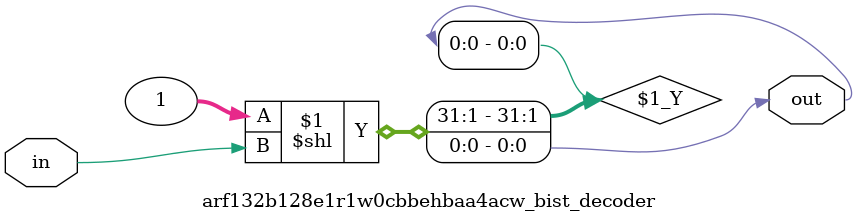
<source format=sv>

`ifndef ARF132B128E1R1W0CBBEHBAA4ACW_BIST_DECODER_SV
`define ARF132B128E1R1W0CBBEHBAA4ACW_BIST_DECODER_SV

module arf132b128e1r1w0cbbehbaa4acw_bist_decoder # (
  parameter IN_WIDTH  = 1,
  parameter OUT_WIDTH = 1
)
(
  input  logic [IN_WIDTH-1:0]  in,
  output logic [OUT_WIDTH-1:0] out
);
  
  assign out = 'b1 << in;

endmodule // arf132b128e1r1w0cbbehbaa4acw_bist_decoder

`endif // ARF132B128E1R1W0CBBEHBAA4ACW_BIST_DECODER_SV
</source>
